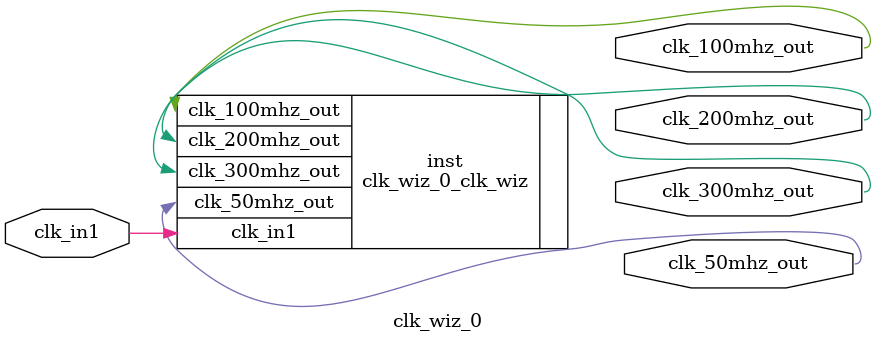
<source format=v>


`timescale 1ps/1ps

(* CORE_GENERATION_INFO = "clk_wiz_0,clk_wiz_v6_0_3_0_0,{component_name=clk_wiz_0,use_phase_alignment=true,use_min_o_jitter=false,use_max_i_jitter=false,use_dyn_phase_shift=false,use_inclk_switchover=false,use_dyn_reconfig=false,enable_axi=0,feedback_source=FDBK_AUTO,PRIMITIVE=PLL,num_out_clk=4,clkin1_period=10.000,clkin2_period=10.000,use_power_down=false,use_reset=false,use_locked=false,use_inclk_stopped=false,feedback_type=SINGLE,CLOCK_MGR_TYPE=NA,manual_override=false}" *)

module clk_wiz_0 
 (
  // Clock out ports
  output        clk_300mhz_out,
  output        clk_100mhz_out,
  output        clk_200mhz_out,
  output        clk_50mhz_out,
 // Clock in ports
  input         clk_in1
 );

  clk_wiz_0_clk_wiz inst
  (
  // Clock out ports  
  .clk_300mhz_out(clk_300mhz_out),
  .clk_100mhz_out(clk_100mhz_out),
  .clk_200mhz_out(clk_200mhz_out),
  .clk_50mhz_out(clk_50mhz_out),
 // Clock in ports
  .clk_in1(clk_in1)
  );

endmodule

</source>
